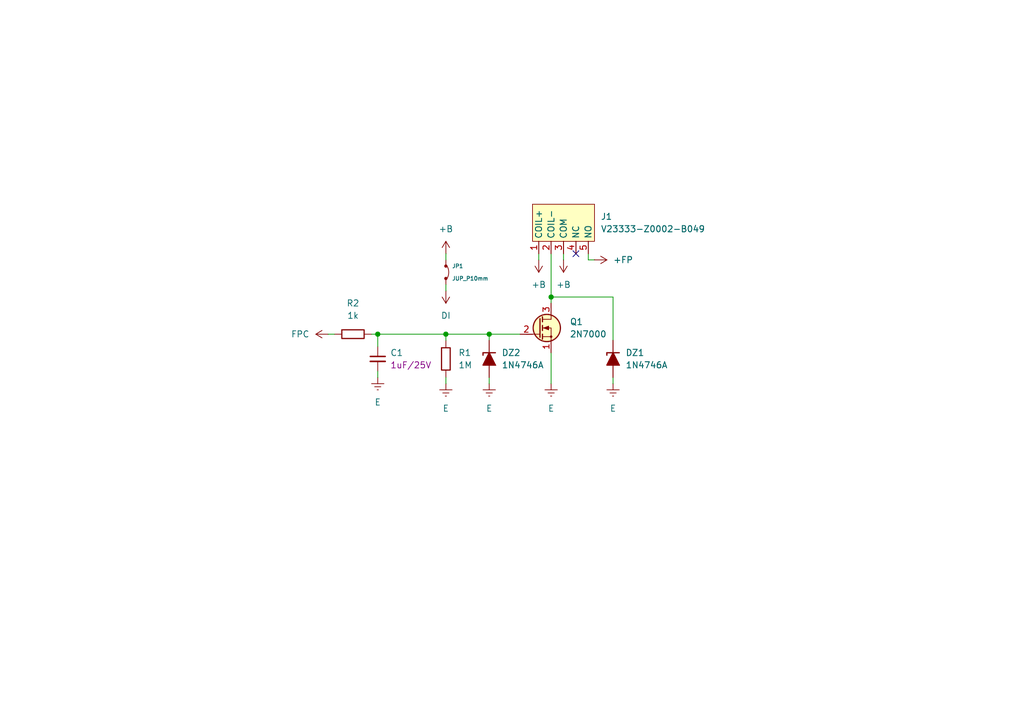
<source format=kicad_sch>
(kicad_sch
	(version 20250114)
	(generator "eeschema")
	(generator_version "9.0")
	(uuid "0e7f1946-1a73-4a75-b5af-3848c9fbba71")
	(paper "A5")
	(lib_symbols
		(symbol "PCM_4ms_Capacitor:1uF_0603_25V"
			(pin_numbers
				(hide yes)
			)
			(pin_names
				(offset 0.254)
				(hide yes)
			)
			(exclude_from_sim no)
			(in_bom yes)
			(on_board yes)
			(property "Reference" "C"
				(at 1.905 1.27 0)
				(effects
					(font
						(size 1.27 1.27)
					)
					(justify left)
				)
			)
			(property "Value" "1uF_0603_25V"
				(at 0 3.81 0)
				(effects
					(font
						(size 1.27 1.27)
					)
					(hide yes)
				)
			)
			(property "Footprint" "4ms_Capacitor:C_0603"
				(at -2.54 -5.08 0)
				(effects
					(font
						(size 1.27 1.27)
					)
					(justify left)
					(hide yes)
				)
			)
			(property "Datasheet" ""
				(at 0 0 0)
				(effects
					(font
						(size 1.27 1.27)
					)
					(hide yes)
				)
			)
			(property "Description" "1uF, Min. 25V, 0603, Ceramic/MLCC"
				(at 0 0 0)
				(effects
					(font
						(size 1.27 1.27)
					)
					(hide yes)
				)
			)
			(property "Specifications" "1uF, Min. 25V, 0603, Ceramic/MLCC"
				(at -2.54 -7.874 0)
				(effects
					(font
						(size 1.27 1.27)
					)
					(justify left)
					(hide yes)
				)
			)
			(property "Manufacturer" "Murata"
				(at -2.54 -9.398 0)
				(effects
					(font
						(size 1.27 1.27)
					)
					(justify left)
					(hide yes)
				)
			)
			(property "Part Number" "GRM188R61E105KA12D"
				(at -2.54 -10.922 0)
				(effects
					(font
						(size 1.27 1.27)
					)
					(justify left)
					(hide yes)
				)
			)
			(property "Display" "1uF/25V"
				(at 1.905 -1.27 0)
				(effects
					(font
						(size 1.27 1.27)
					)
					(justify left)
				)
			)
			(property "JLCPCB ID" "C15849"
				(at 1.27 -12.7 0)
				(effects
					(font
						(size 1.27 1.27)
					)
					(hide yes)
				)
			)
			(property "ki_keywords" "1uF_0603_25V"
				(at 0 0 0)
				(effects
					(font
						(size 1.27 1.27)
					)
					(hide yes)
				)
			)
			(property "ki_fp_filters" "C_*"
				(at 0 0 0)
				(effects
					(font
						(size 1.27 1.27)
					)
					(hide yes)
				)
			)
			(symbol "1uF_0603_25V_0_1"
				(polyline
					(pts
						(xy -1.524 0.508) (xy 1.524 0.508)
					)
					(stroke
						(width 0.3048)
						(type default)
					)
					(fill
						(type none)
					)
				)
				(polyline
					(pts
						(xy -1.524 -0.508) (xy 1.524 -0.508)
					)
					(stroke
						(width 0.3302)
						(type default)
					)
					(fill
						(type none)
					)
				)
			)
			(symbol "1uF_0603_25V_1_1"
				(pin passive line
					(at 0 2.54 270)
					(length 2.032)
					(name "~"
						(effects
							(font
								(size 1.27 1.27)
							)
						)
					)
					(number "1"
						(effects
							(font
								(size 1.27 1.27)
							)
						)
					)
				)
				(pin passive line
					(at 0 -2.54 90)
					(length 2.032)
					(name "~"
						(effects
							(font
								(size 1.27 1.27)
							)
						)
					)
					(number "2"
						(effects
							(font
								(size 1.27 1.27)
							)
						)
					)
				)
			)
			(embedded_fonts no)
		)
		(symbol "PCM_Diode_Zener_AKL:1N4746A"
			(pin_numbers
				(hide yes)
			)
			(pin_names
				(offset 1.016)
				(hide yes)
			)
			(exclude_from_sim no)
			(in_bom yes)
			(on_board yes)
			(property "Reference" "DZ"
				(at 0 7.62 0)
				(effects
					(font
						(size 1.27 1.27)
					)
				)
			)
			(property "Value" "1N4746A"
				(at 0 5.08 0)
				(effects
					(font
						(size 1.27 1.27)
					)
				)
			)
			(property "Footprint" "PCM_Diode_THT_AKL:D_DO-41_SOD81_P10.16mm_Horizontal_Zener"
				(at 0 0 0)
				(effects
					(font
						(size 1.27 1.27)
					)
					(hide yes)
				)
			)
			(property "Datasheet" "https://www.tme.eu/Document/0ec771a1264cb7f2aef89c89242989dc/1N47xxA.PDF"
				(at 0 0 0)
				(effects
					(font
						(size 1.27 1.27)
					)
					(hide yes)
				)
			)
			(property "Description" "DO-41 Zener diode, 18V, 1W, Alternate KiCAD Library"
				(at 0 0 0)
				(effects
					(font
						(size 1.27 1.27)
					)
					(hide yes)
				)
			)
			(property "ki_keywords" "diode zener 1N4746A"
				(at 0 0 0)
				(effects
					(font
						(size 1.27 1.27)
					)
					(hide yes)
				)
			)
			(property "ki_fp_filters" "TO-???* *_Diode_* *SingleDiode* D_*"
				(at 0 0 0)
				(effects
					(font
						(size 1.27 1.27)
					)
					(hide yes)
				)
			)
			(symbol "1N4746A_0_1"
				(polyline
					(pts
						(xy -1.27 0) (xy 1.27 0)
					)
					(stroke
						(width 0)
						(type default)
					)
					(fill
						(type none)
					)
				)
				(polyline
					(pts
						(xy -1.27 -1.27) (xy -1.27 1.27) (xy 1.27 0) (xy -1.27 -1.27)
					)
					(stroke
						(width 0.254)
						(type default)
					)
					(fill
						(type outline)
					)
				)
				(polyline
					(pts
						(xy 1.27 1.27) (xy 0.762 1.27)
					)
					(stroke
						(width 0.254)
						(type default)
					)
					(fill
						(type none)
					)
				)
				(polyline
					(pts
						(xy 1.27 1.27) (xy 1.27 -1.27)
					)
					(stroke
						(width 0.254)
						(type default)
					)
					(fill
						(type none)
					)
				)
			)
			(symbol "1N4746A_0_2"
				(polyline
					(pts
						(xy -2.54 -2.54) (xy 2.54 2.54)
					)
					(stroke
						(width 0)
						(type default)
					)
					(fill
						(type none)
					)
				)
				(polyline
					(pts
						(xy -0.889 -0.889) (xy -1.778 0) (xy 0.889 0.889) (xy 0 -1.778) (xy -0.889 -0.889)
					)
					(stroke
						(width 0.254)
						(type default)
					)
					(fill
						(type outline)
					)
				)
				(polyline
					(pts
						(xy 0 1.778) (xy -0.381 1.397)
					)
					(stroke
						(width 0.254)
						(type default)
					)
					(fill
						(type none)
					)
				)
				(polyline
					(pts
						(xy 0 1.778) (xy 1.778 0)
					)
					(stroke
						(width 0.254)
						(type default)
					)
					(fill
						(type none)
					)
				)
			)
			(symbol "1N4746A_1_1"
				(pin passive line
					(at -3.81 0 0)
					(length 2.54)
					(name "A"
						(effects
							(font
								(size 1.27 1.27)
							)
						)
					)
					(number "2"
						(effects
							(font
								(size 1.27 1.27)
							)
						)
					)
				)
				(pin passive line
					(at 3.81 0 180)
					(length 2.54)
					(name "K"
						(effects
							(font
								(size 1.27 1.27)
							)
						)
					)
					(number "1"
						(effects
							(font
								(size 1.27 1.27)
							)
						)
					)
				)
			)
			(symbol "1N4746A_1_2"
				(pin passive line
					(at -2.54 -2.54 0)
					(length 0)
					(name "A"
						(effects
							(font
								(size 1.27 1.27)
							)
						)
					)
					(number "2"
						(effects
							(font
								(size 1.27 1.27)
							)
						)
					)
				)
				(pin passive line
					(at 2.54 2.54 180)
					(length 0)
					(name "K"
						(effects
							(font
								(size 1.27 1.27)
							)
						)
					)
					(number "1"
						(effects
							(font
								(size 1.27 1.27)
							)
						)
					)
				)
			)
			(embedded_fonts no)
		)
		(symbol "PCM_SL_Jumpers_THT:JUP_P10mm"
			(exclude_from_sim no)
			(in_bom yes)
			(on_board yes)
			(property "Reference" "JP"
				(at -4.064 1.524 0)
				(effects
					(font
						(size 0.8 0.8)
					)
				)
			)
			(property "Value" "JUP_P10mm"
				(at 1.27 1.524 0)
				(effects
					(font
						(size 0.8 0.8)
					)
				)
			)
			(property "Footprint" "PCM_SL_Jumpers:JUP_P10mm"
				(at 0 0 0)
				(effects
					(font
						(size 1.27 1.27)
					)
					(hide yes)
				)
			)
			(property "Datasheet" ""
				(at 0 0 0)
				(effects
					(font
						(size 1.27 1.27)
					)
					(hide yes)
				)
			)
			(property "Description" "Through-Hole Jumpers or wire links with a pin space of 10mm"
				(at 0 0 0)
				(effects
					(font
						(size 1.27 1.27)
					)
					(hide yes)
				)
			)
			(symbol "JUP_P10mm_0_1"
				(circle
					(center -1.27 0)
					(radius 0.254)
					(stroke
						(width 0)
						(type default)
					)
					(fill
						(type outline)
					)
				)
				(arc
					(start -1.27 0.254)
					(mid 0 0.5892)
					(end 1.27 0.254)
					(stroke
						(width 0)
						(type default)
					)
					(fill
						(type none)
					)
				)
				(circle
					(center 1.27 0)
					(radius 0.254)
					(stroke
						(width 0)
						(type default)
					)
					(fill
						(type outline)
					)
				)
			)
			(symbol "JUP_P10mm_1_1"
				(pin passive line
					(at -2.54 0 0)
					(length 1.2)
					(name ""
						(effects
							(font
								(size 1.27 1.27)
							)
						)
					)
					(number "1"
						(effects
							(font
								(size 0 0)
							)
						)
					)
				)
				(pin passive line
					(at 2.54 0 180)
					(length 1.2)
					(name ""
						(effects
							(font
								(size 1.27 1.27)
							)
						)
					)
					(number "2"
						(effects
							(font
								(size 0 0)
							)
						)
					)
				)
			)
			(embedded_fonts no)
		)
		(symbol "PCM_SL_Resistors:1M"
			(exclude_from_sim no)
			(in_bom yes)
			(on_board yes)
			(property "Reference" "R"
				(at 0 5.08 0)
				(effects
					(font
						(size 1.27 1.27)
					)
				)
			)
			(property "Value" "1M"
				(at 0 2.54 0)
				(effects
					(font
						(size 1.27 1.27)
					)
				)
			)
			(property "Footprint" "Resistor_THT:R_Axial_DIN0207_L6.3mm_D2.5mm_P10.16mm_Horizontal"
				(at 0.889 -4.318 0)
				(effects
					(font
						(size 1.27 1.27)
					)
					(hide yes)
				)
			)
			(property "Datasheet" ""
				(at 0.508 0 0)
				(effects
					(font
						(size 1.27 1.27)
					)
					(hide yes)
				)
			)
			(property "Description" "1MΩ, 1/4W Resistor"
				(at 0 0 0)
				(effects
					(font
						(size 1.27 1.27)
					)
					(hide yes)
				)
			)
			(property "ki_keywords" "Resistor"
				(at 0 0 0)
				(effects
					(font
						(size 1.27 1.27)
					)
					(hide yes)
				)
			)
			(property "ki_fp_filters" "Resistor_THT:R_Axial_DIN0207_L6.3mm_D2.5mm*"
				(at 0 0 0)
				(effects
					(font
						(size 1.27 1.27)
					)
					(hide yes)
				)
			)
			(symbol "1M_0_1"
				(rectangle
					(start -2.286 0.889)
					(end 2.286 -0.889)
					(stroke
						(width 0.24)
						(type default)
					)
					(fill
						(type none)
					)
				)
			)
			(symbol "1M_1_1"
				(pin passive line
					(at -3.81 0 0)
					(length 1.5)
					(name ""
						(effects
							(font
								(size 1.27 1.27)
							)
						)
					)
					(number "1"
						(effects
							(font
								(size 0 0)
							)
						)
					)
				)
				(pin passive line
					(at 3.81 0 180)
					(length 1.5)
					(name "~"
						(effects
							(font
								(size 1.27 1.27)
							)
						)
					)
					(number "2"
						(effects
							(font
								(size 0 0)
							)
						)
					)
				)
			)
			(embedded_fonts no)
		)
		(symbol "PCM_SL_Resistors:1k"
			(exclude_from_sim no)
			(in_bom yes)
			(on_board yes)
			(property "Reference" "R"
				(at 0 5.08 0)
				(effects
					(font
						(size 1.27 1.27)
					)
				)
			)
			(property "Value" "1k"
				(at 0 2.54 0)
				(effects
					(font
						(size 1.27 1.27)
					)
				)
			)
			(property "Footprint" "Resistor_THT:R_Axial_DIN0207_L6.3mm_D2.5mm_P10.16mm_Horizontal"
				(at 0.889 -4.318 0)
				(effects
					(font
						(size 1.27 1.27)
					)
					(hide yes)
				)
			)
			(property "Datasheet" ""
				(at 0.508 0 0)
				(effects
					(font
						(size 1.27 1.27)
					)
					(hide yes)
				)
			)
			(property "Description" "1kΩ, 1/4W Resistor"
				(at 0 0 0)
				(effects
					(font
						(size 1.27 1.27)
					)
					(hide yes)
				)
			)
			(property "ki_keywords" "Resistor"
				(at 0 0 0)
				(effects
					(font
						(size 1.27 1.27)
					)
					(hide yes)
				)
			)
			(property "ki_fp_filters" "Resistor_THT:R_Axial_DIN0207_L6.3mm_D2.5mm*"
				(at 0 0 0)
				(effects
					(font
						(size 1.27 1.27)
					)
					(hide yes)
				)
			)
			(symbol "1k_0_1"
				(rectangle
					(start -2.286 0.889)
					(end 2.286 -0.889)
					(stroke
						(width 0.24)
						(type default)
					)
					(fill
						(type none)
					)
				)
			)
			(symbol "1k_1_1"
				(pin passive line
					(at -3.81 0 0)
					(length 1.5)
					(name ""
						(effects
							(font
								(size 1.27 1.27)
							)
						)
					)
					(number "1"
						(effects
							(font
								(size 0 0)
							)
						)
					)
				)
				(pin passive line
					(at 3.81 0 180)
					(length 1.5)
					(name "~"
						(effects
							(font
								(size 1.27 1.27)
							)
						)
					)
					(number "2"
						(effects
							(font
								(size 0 0)
							)
						)
					)
				)
			)
			(embedded_fonts no)
		)
		(symbol "PCM_Transistor_MOSFET_AKL:2N7000"
			(pin_names
				(hide yes)
			)
			(exclude_from_sim no)
			(in_bom yes)
			(on_board yes)
			(property "Reference" "Q"
				(at 5.08 1.27 0)
				(effects
					(font
						(size 1.27 1.27)
					)
					(justify left)
				)
			)
			(property "Value" "2N7000"
				(at 5.08 -1.27 0)
				(effects
					(font
						(size 1.27 1.27)
					)
					(justify left)
				)
			)
			(property "Footprint" "PCM_Package_TO_SOT_THT_AKL:TO-92_Inline_Wide_SGD"
				(at 5.08 2.54 0)
				(effects
					(font
						(size 1.27 1.27)
					)
					(hide yes)
				)
			)
			(property "Datasheet" "https://www.tme.eu/Document/7df5cae36abdfcedddb681f5be886f05/2N7000.pdf"
				(at 0 0 0)
				(effects
					(font
						(size 1.27 1.27)
					)
					(hide yes)
				)
			)
			(property "Description" "TO-92 N-MOSFET enchancement mode transistor, 60V, 200mA, 400mW, Alternate KiCAD Library"
				(at 0 0 0)
				(effects
					(font
						(size 1.27 1.27)
					)
					(hide yes)
				)
			)
			(property "ki_keywords" "enchancement mosfet nmosfet n-mosfet nmos n-mos emos emosfet 2N7000"
				(at 0 0 0)
				(effects
					(font
						(size 1.27 1.27)
					)
					(hide yes)
				)
			)
			(symbol "2N7000_0_1"
				(polyline
					(pts
						(xy 0.254 1.905) (xy 0.254 -1.905)
					)
					(stroke
						(width 0.254)
						(type default)
					)
					(fill
						(type none)
					)
				)
				(polyline
					(pts
						(xy 0.254 -1.27) (xy -2.54 -1.27)
					)
					(stroke
						(width 0)
						(type default)
					)
					(fill
						(type none)
					)
				)
				(polyline
					(pts
						(xy 0.762 2.286) (xy 0.762 1.27)
					)
					(stroke
						(width 0.254)
						(type default)
					)
					(fill
						(type none)
					)
				)
				(polyline
					(pts
						(xy 0.762 0.508) (xy 0.762 -0.508)
					)
					(stroke
						(width 0.254)
						(type default)
					)
					(fill
						(type none)
					)
				)
				(polyline
					(pts
						(xy 0.762 -1.27) (xy 0.762 -2.286)
					)
					(stroke
						(width 0.254)
						(type default)
					)
					(fill
						(type none)
					)
				)
				(polyline
					(pts
						(xy 0.762 -1.778) (xy 2.54 -1.778)
					)
					(stroke
						(width 0)
						(type default)
					)
					(fill
						(type none)
					)
				)
				(polyline
					(pts
						(xy 1.016 0) (xy 2.032 0.381) (xy 2.032 -0.381) (xy 1.016 0)
					)
					(stroke
						(width 0)
						(type default)
					)
					(fill
						(type outline)
					)
				)
				(circle
					(center 1.651 0)
					(radius 2.794)
					(stroke
						(width 0.254)
						(type default)
					)
					(fill
						(type background)
					)
				)
				(polyline
					(pts
						(xy 2.54 2.54) (xy 2.54 1.778)
					)
					(stroke
						(width 0)
						(type default)
					)
					(fill
						(type none)
					)
				)
				(polyline
					(pts
						(xy 2.54 1.778) (xy 0.762 1.778)
					)
					(stroke
						(width 0)
						(type default)
					)
					(fill
						(type none)
					)
				)
				(circle
					(center 2.54 -1.778)
					(radius 0.1778)
					(stroke
						(width 0)
						(type default)
					)
					(fill
						(type outline)
					)
				)
				(polyline
					(pts
						(xy 2.54 -2.54) (xy 2.54 0) (xy 0.762 0)
					)
					(stroke
						(width 0)
						(type default)
					)
					(fill
						(type none)
					)
				)
			)
			(symbol "2N7000_1_1"
				(pin input line
					(at -3.81 -1.27 0)
					(length 2.54)
					(name "G"
						(effects
							(font
								(size 1.27 1.27)
							)
						)
					)
					(number "2"
						(effects
							(font
								(size 1.27 1.27)
							)
						)
					)
				)
				(pin passive line
					(at 2.54 5.08 270)
					(length 2.54)
					(name "D"
						(effects
							(font
								(size 1.27 1.27)
							)
						)
					)
					(number "3"
						(effects
							(font
								(size 1.27 1.27)
							)
						)
					)
				)
				(pin passive line
					(at 2.54 -5.08 90)
					(length 2.54)
					(name "S"
						(effects
							(font
								(size 1.27 1.27)
							)
						)
					)
					(number "1"
						(effects
							(font
								(size 1.27 1.27)
							)
						)
					)
				)
			)
			(embedded_fonts no)
		)
		(symbol "TE_CONNECTIVITY:V23333-Z0002-B049"
			(exclude_from_sim no)
			(in_bom yes)
			(on_board yes)
			(property "Reference" "J"
				(at 0 7.112 0)
				(effects
					(font
						(size 1.27 1.27)
					)
				)
			)
			(property "Value" "V23333-Z0002-B049"
				(at 0 5.08 0)
				(effects
					(font
						(size 1.27 1.27)
					)
				)
			)
			(property "Footprint" "TE_CONNECTIVITY:V23333-Z0002-B049"
				(at -1.27 -2.54 0)
				(effects
					(font
						(size 1.27 1.27)
					)
					(hide yes)
				)
			)
			(property "Datasheet" "https://docs.rs-online.com/e546/A700000010531423.pdf"
				(at 0 -2.54 0)
				(effects
					(font
						(size 1.27 1.27)
					)
					(hide yes)
				)
			)
			(property "Description" "Connector for Micro ISO Relay"
				(at 0 -2.54 0)
				(effects
					(font
						(size 1.27 1.27)
					)
					(hide yes)
				)
			)
			(symbol "V23333-Z0002-B049_1_1"
				(rectangle
					(start -6.35 3.81)
					(end 6.35 -3.81)
					(stroke
						(width 0)
						(type solid)
					)
					(fill
						(type background)
					)
				)
				(pin input line
					(at -5.08 -6.35 90)
					(length 2.54)
					(name "COIL+"
						(effects
							(font
								(size 1.27 1.27)
							)
						)
					)
					(number "1"
						(effects
							(font
								(size 1.27 1.27)
							)
						)
					)
				)
				(pin output line
					(at -2.54 -6.35 90)
					(length 2.54)
					(name "COIL-"
						(effects
							(font
								(size 1.27 1.27)
							)
						)
					)
					(number "2"
						(effects
							(font
								(size 1.27 1.27)
							)
						)
					)
				)
				(pin bidirectional line
					(at 0 -6.35 90)
					(length 2.54)
					(name "COM"
						(effects
							(font
								(size 1.27 1.27)
							)
						)
					)
					(number "3"
						(effects
							(font
								(size 1.27 1.27)
							)
						)
					)
				)
				(pin bidirectional line
					(at 2.54 -6.35 90)
					(length 2.54)
					(name "NC"
						(effects
							(font
								(size 1.27 1.27)
							)
						)
					)
					(number "4"
						(effects
							(font
								(size 1.27 1.27)
							)
						)
					)
				)
				(pin bidirectional line
					(at 5.08 -6.35 90)
					(length 2.54)
					(name "NO"
						(effects
							(font
								(size 1.27 1.27)
							)
						)
					)
					(number "5"
						(effects
							(font
								(size 1.27 1.27)
							)
						)
					)
				)
			)
			(embedded_fonts no)
		)
		(symbol "power:+12P"
			(power)
			(pin_numbers
				(hide yes)
			)
			(pin_names
				(offset 0)
				(hide yes)
			)
			(exclude_from_sim no)
			(in_bom yes)
			(on_board yes)
			(property "Reference" "#PWR"
				(at 0 -3.81 0)
				(effects
					(font
						(size 1.27 1.27)
					)
					(hide yes)
				)
			)
			(property "Value" "+12P"
				(at 0 3.556 0)
				(effects
					(font
						(size 1.27 1.27)
					)
				)
			)
			(property "Footprint" ""
				(at 0 0 0)
				(effects
					(font
						(size 1.27 1.27)
					)
					(hide yes)
				)
			)
			(property "Datasheet" ""
				(at 0 0 0)
				(effects
					(font
						(size 1.27 1.27)
					)
					(hide yes)
				)
			)
			(property "Description" "Power symbol creates a global label with name \"+12P\""
				(at 0 0 0)
				(effects
					(font
						(size 1.27 1.27)
					)
					(hide yes)
				)
			)
			(property "ki_keywords" "global power"
				(at 0 0 0)
				(effects
					(font
						(size 1.27 1.27)
					)
					(hide yes)
				)
			)
			(symbol "+12P_0_1"
				(polyline
					(pts
						(xy -0.762 1.27) (xy 0 2.54)
					)
					(stroke
						(width 0)
						(type default)
					)
					(fill
						(type none)
					)
				)
				(polyline
					(pts
						(xy 0 2.54) (xy 0.762 1.27)
					)
					(stroke
						(width 0)
						(type default)
					)
					(fill
						(type none)
					)
				)
				(polyline
					(pts
						(xy 0 0) (xy 0 2.54)
					)
					(stroke
						(width 0)
						(type default)
					)
					(fill
						(type none)
					)
				)
			)
			(symbol "+12P_1_1"
				(pin power_in line
					(at 0 0 90)
					(length 0)
					(name "~"
						(effects
							(font
								(size 1.27 1.27)
							)
						)
					)
					(number "1"
						(effects
							(font
								(size 1.27 1.27)
							)
						)
					)
				)
			)
			(embedded_fonts no)
		)
		(symbol "power:+12V"
			(power)
			(pin_numbers
				(hide yes)
			)
			(pin_names
				(offset 0)
				(hide yes)
			)
			(exclude_from_sim no)
			(in_bom yes)
			(on_board yes)
			(property "Reference" "#PWR"
				(at 0 -3.81 0)
				(effects
					(font
						(size 1.27 1.27)
					)
					(hide yes)
				)
			)
			(property "Value" "+12V"
				(at 0 3.556 0)
				(effects
					(font
						(size 1.27 1.27)
					)
				)
			)
			(property "Footprint" ""
				(at 0 0 0)
				(effects
					(font
						(size 1.27 1.27)
					)
					(hide yes)
				)
			)
			(property "Datasheet" ""
				(at 0 0 0)
				(effects
					(font
						(size 1.27 1.27)
					)
					(hide yes)
				)
			)
			(property "Description" "Power symbol creates a global label with name \"+12V\""
				(at 0 0 0)
				(effects
					(font
						(size 1.27 1.27)
					)
					(hide yes)
				)
			)
			(property "ki_keywords" "global power"
				(at 0 0 0)
				(effects
					(font
						(size 1.27 1.27)
					)
					(hide yes)
				)
			)
			(symbol "+12V_0_1"
				(polyline
					(pts
						(xy -0.762 1.27) (xy 0 2.54)
					)
					(stroke
						(width 0)
						(type default)
					)
					(fill
						(type none)
					)
				)
				(polyline
					(pts
						(xy 0 2.54) (xy 0.762 1.27)
					)
					(stroke
						(width 0)
						(type default)
					)
					(fill
						(type none)
					)
				)
				(polyline
					(pts
						(xy 0 0) (xy 0 2.54)
					)
					(stroke
						(width 0)
						(type default)
					)
					(fill
						(type none)
					)
				)
			)
			(symbol "+12V_1_1"
				(pin power_in line
					(at 0 0 90)
					(length 0)
					(name "~"
						(effects
							(font
								(size 1.27 1.27)
							)
						)
					)
					(number "1"
						(effects
							(font
								(size 1.27 1.27)
							)
						)
					)
				)
			)
			(embedded_fonts no)
		)
		(symbol "power:+5VP"
			(power)
			(pin_numbers
				(hide yes)
			)
			(pin_names
				(offset 0)
				(hide yes)
			)
			(exclude_from_sim no)
			(in_bom yes)
			(on_board yes)
			(property "Reference" "#PWR"
				(at 0 -3.81 0)
				(effects
					(font
						(size 1.27 1.27)
					)
					(hide yes)
				)
			)
			(property "Value" "+5VP"
				(at 0 3.556 0)
				(effects
					(font
						(size 1.27 1.27)
					)
				)
			)
			(property "Footprint" ""
				(at 0 0 0)
				(effects
					(font
						(size 1.27 1.27)
					)
					(hide yes)
				)
			)
			(property "Datasheet" ""
				(at 0 0 0)
				(effects
					(font
						(size 1.27 1.27)
					)
					(hide yes)
				)
			)
			(property "Description" "Power symbol creates a global label with name \"+5VP\""
				(at 0 0 0)
				(effects
					(font
						(size 1.27 1.27)
					)
					(hide yes)
				)
			)
			(property "ki_keywords" "global power"
				(at 0 0 0)
				(effects
					(font
						(size 1.27 1.27)
					)
					(hide yes)
				)
			)
			(symbol "+5VP_0_1"
				(polyline
					(pts
						(xy -0.762 1.27) (xy 0 2.54)
					)
					(stroke
						(width 0)
						(type default)
					)
					(fill
						(type none)
					)
				)
				(polyline
					(pts
						(xy 0 2.54) (xy 0.762 1.27)
					)
					(stroke
						(width 0)
						(type default)
					)
					(fill
						(type none)
					)
				)
				(polyline
					(pts
						(xy 0 0) (xy 0 2.54)
					)
					(stroke
						(width 0)
						(type default)
					)
					(fill
						(type none)
					)
				)
			)
			(symbol "+5VP_1_1"
				(pin power_in line
					(at 0 0 90)
					(length 0)
					(name "~"
						(effects
							(font
								(size 1.27 1.27)
							)
						)
					)
					(number "1"
						(effects
							(font
								(size 1.27 1.27)
							)
						)
					)
				)
			)
			(embedded_fonts no)
		)
		(symbol "power:GNDREF"
			(power)
			(pin_numbers
				(hide yes)
			)
			(pin_names
				(offset 0)
				(hide yes)
			)
			(exclude_from_sim no)
			(in_bom yes)
			(on_board yes)
			(property "Reference" "#PWR"
				(at 0 -6.35 0)
				(effects
					(font
						(size 1.27 1.27)
					)
					(hide yes)
				)
			)
			(property "Value" "GNDREF"
				(at 0 -3.81 0)
				(effects
					(font
						(size 1.27 1.27)
					)
				)
			)
			(property "Footprint" ""
				(at 0 0 0)
				(effects
					(font
						(size 1.27 1.27)
					)
					(hide yes)
				)
			)
			(property "Datasheet" ""
				(at 0 0 0)
				(effects
					(font
						(size 1.27 1.27)
					)
					(hide yes)
				)
			)
			(property "Description" "Power symbol creates a global label with name \"GNDREF\" , reference supply ground"
				(at 0 0 0)
				(effects
					(font
						(size 1.27 1.27)
					)
					(hide yes)
				)
			)
			(property "ki_keywords" "global power"
				(at 0 0 0)
				(effects
					(font
						(size 1.27 1.27)
					)
					(hide yes)
				)
			)
			(symbol "GNDREF_0_1"
				(polyline
					(pts
						(xy -0.635 -1.905) (xy 0.635 -1.905)
					)
					(stroke
						(width 0)
						(type default)
					)
					(fill
						(type none)
					)
				)
				(polyline
					(pts
						(xy -0.127 -2.54) (xy 0.127 -2.54)
					)
					(stroke
						(width 0)
						(type default)
					)
					(fill
						(type none)
					)
				)
				(polyline
					(pts
						(xy 0 -1.27) (xy 0 0)
					)
					(stroke
						(width 0)
						(type default)
					)
					(fill
						(type none)
					)
				)
				(polyline
					(pts
						(xy 1.27 -1.27) (xy -1.27 -1.27)
					)
					(stroke
						(width 0)
						(type default)
					)
					(fill
						(type none)
					)
				)
			)
			(symbol "GNDREF_1_1"
				(pin power_in line
					(at 0 0 270)
					(length 0)
					(name "~"
						(effects
							(font
								(size 1.27 1.27)
							)
						)
					)
					(number "1"
						(effects
							(font
								(size 1.27 1.27)
							)
						)
					)
				)
			)
			(embedded_fonts no)
		)
		(symbol "power:VDD"
			(power)
			(pin_numbers
				(hide yes)
			)
			(pin_names
				(offset 0)
				(hide yes)
			)
			(exclude_from_sim no)
			(in_bom yes)
			(on_board yes)
			(property "Reference" "#PWR"
				(at 0 -3.81 0)
				(effects
					(font
						(size 1.27 1.27)
					)
					(hide yes)
				)
			)
			(property "Value" "VDD"
				(at 0 3.556 0)
				(effects
					(font
						(size 1.27 1.27)
					)
				)
			)
			(property "Footprint" ""
				(at 0 0 0)
				(effects
					(font
						(size 1.27 1.27)
					)
					(hide yes)
				)
			)
			(property "Datasheet" ""
				(at 0 0 0)
				(effects
					(font
						(size 1.27 1.27)
					)
					(hide yes)
				)
			)
			(property "Description" "Power symbol creates a global label with name \"VDD\""
				(at 0 0 0)
				(effects
					(font
						(size 1.27 1.27)
					)
					(hide yes)
				)
			)
			(property "ki_keywords" "global power"
				(at 0 0 0)
				(effects
					(font
						(size 1.27 1.27)
					)
					(hide yes)
				)
			)
			(symbol "VDD_0_1"
				(polyline
					(pts
						(xy -0.762 1.27) (xy 0 2.54)
					)
					(stroke
						(width 0)
						(type default)
					)
					(fill
						(type none)
					)
				)
				(polyline
					(pts
						(xy 0 2.54) (xy 0.762 1.27)
					)
					(stroke
						(width 0)
						(type default)
					)
					(fill
						(type none)
					)
				)
				(polyline
					(pts
						(xy 0 0) (xy 0 2.54)
					)
					(stroke
						(width 0)
						(type default)
					)
					(fill
						(type none)
					)
				)
			)
			(symbol "VDD_1_1"
				(pin power_in line
					(at 0 0 90)
					(length 0)
					(name "~"
						(effects
							(font
								(size 1.27 1.27)
							)
						)
					)
					(number "1"
						(effects
							(font
								(size 1.27 1.27)
							)
						)
					)
				)
			)
			(embedded_fonts no)
		)
	)
	(junction
		(at 77.47 68.58)
		(diameter 0)
		(color 0 0 0 0)
		(uuid "17751e45-deb8-4578-94c6-36982a4c335a")
	)
	(junction
		(at 91.44 68.58)
		(diameter 0)
		(color 0 0 0 0)
		(uuid "33eea53a-1476-4207-9977-0faa96e646d9")
	)
	(junction
		(at 113.03 60.96)
		(diameter 0)
		(color 0 0 0 0)
		(uuid "a3dd9168-4e49-49eb-b0e4-4511ea86a521")
	)
	(junction
		(at 100.33 68.58)
		(diameter 0)
		(color 0 0 0 0)
		(uuid "d1f0e388-06f2-4cd3-8e87-9ba8d2db7071")
	)
	(no_connect
		(at 118.11 52.07)
		(uuid "ef6da92b-5b3b-47d4-8e3f-6632e118d299")
	)
	(wire
		(pts
			(xy 100.33 69.85) (xy 100.33 68.58)
		)
		(stroke
			(width 0)
			(type default)
		)
		(uuid "074589a8-7698-40c3-b884-a9cf448ca1b0")
	)
	(wire
		(pts
			(xy 115.57 53.34) (xy 115.57 52.07)
		)
		(stroke
			(width 0)
			(type default)
		)
		(uuid "1947f1a0-69c9-4f9e-8709-4f72f152b813")
	)
	(wire
		(pts
			(xy 100.33 78.74) (xy 100.33 77.47)
		)
		(stroke
			(width 0)
			(type default)
		)
		(uuid "2a5329b5-e738-4025-b01d-a2c662edc2b7")
	)
	(wire
		(pts
			(xy 77.47 68.58) (xy 91.44 68.58)
		)
		(stroke
			(width 0)
			(type default)
		)
		(uuid "2c095432-7836-4f47-be73-ecc2d635826d")
	)
	(wire
		(pts
			(xy 125.73 60.96) (xy 125.73 69.85)
		)
		(stroke
			(width 0)
			(type default)
		)
		(uuid "3055a481-52ee-426d-9676-e5e15e2a8ee0")
	)
	(wire
		(pts
			(xy 113.03 78.74) (xy 113.03 72.39)
		)
		(stroke
			(width 0)
			(type default)
		)
		(uuid "44710bae-9d43-48a0-9b24-a83b00a0f40d")
	)
	(wire
		(pts
			(xy 100.33 68.58) (xy 106.68 68.58)
		)
		(stroke
			(width 0)
			(type default)
		)
		(uuid "46cc92a1-7042-4041-83c4-d1f2adea86e2")
	)
	(wire
		(pts
			(xy 113.03 52.07) (xy 113.03 60.96)
		)
		(stroke
			(width 0)
			(type default)
		)
		(uuid "5bed8fa8-cde8-4b2a-8e58-bb2a2b54ac44")
	)
	(wire
		(pts
			(xy 113.03 60.96) (xy 113.03 62.23)
		)
		(stroke
			(width 0)
			(type default)
		)
		(uuid "671ddae6-ce59-486f-8664-28be2a10c126")
	)
	(wire
		(pts
			(xy 125.73 78.74) (xy 125.73 77.47)
		)
		(stroke
			(width 0)
			(type default)
		)
		(uuid "6d0370f7-8a58-4086-99bf-43a4591b87af")
	)
	(wire
		(pts
			(xy 91.44 68.58) (xy 100.33 68.58)
		)
		(stroke
			(width 0)
			(type default)
		)
		(uuid "727bdb08-1b32-4dc8-81ac-36e33945515d")
	)
	(wire
		(pts
			(xy 120.65 53.34) (xy 120.65 52.07)
		)
		(stroke
			(width 0)
			(type default)
		)
		(uuid "7f7bc6f7-f13c-4722-8490-76f2b48cde68")
	)
	(wire
		(pts
			(xy 77.47 77.47) (xy 77.47 76.2)
		)
		(stroke
			(width 0)
			(type default)
		)
		(uuid "896d49ff-12cc-4a05-988c-39601025c703")
	)
	(wire
		(pts
			(xy 76.2 68.58) (xy 77.47 68.58)
		)
		(stroke
			(width 0)
			(type default)
		)
		(uuid "8d780e24-597e-4fb7-b110-461d80cdf1a9")
	)
	(wire
		(pts
			(xy 91.44 59.69) (xy 91.44 58.42)
		)
		(stroke
			(width 0)
			(type default)
		)
		(uuid "8eb40eb6-e128-495a-ab30-df5503ddcb2d")
	)
	(wire
		(pts
			(xy 91.44 78.74) (xy 91.44 77.47)
		)
		(stroke
			(width 0)
			(type default)
		)
		(uuid "a7ef81f5-621d-44dc-8473-18bd9c6e7b62")
	)
	(wire
		(pts
			(xy 67.31 68.58) (xy 68.58 68.58)
		)
		(stroke
			(width 0)
			(type default)
		)
		(uuid "b241eefe-37db-4036-83f7-661711cad4ae")
	)
	(wire
		(pts
			(xy 77.47 71.12) (xy 77.47 68.58)
		)
		(stroke
			(width 0)
			(type default)
		)
		(uuid "cf799c51-a201-46fc-a1c4-0ba5519a6687")
	)
	(wire
		(pts
			(xy 110.49 53.34) (xy 110.49 52.07)
		)
		(stroke
			(width 0)
			(type default)
		)
		(uuid "ed920a0f-f9a4-4461-9d6b-53ed5437d0ec")
	)
	(wire
		(pts
			(xy 125.73 60.96) (xy 113.03 60.96)
		)
		(stroke
			(width 0)
			(type default)
		)
		(uuid "f0184156-4a4e-4531-81aa-6d4749d84408")
	)
	(wire
		(pts
			(xy 121.92 53.34) (xy 120.65 53.34)
		)
		(stroke
			(width 0)
			(type default)
		)
		(uuid "f0258eaa-42f0-4742-a4db-b1fddbc7c2a2")
	)
	(wire
		(pts
			(xy 91.44 69.85) (xy 91.44 68.58)
		)
		(stroke
			(width 0)
			(type default)
		)
		(uuid "fb7c5a4e-078f-4301-bca9-0ef6b143ba91")
	)
	(wire
		(pts
			(xy 91.44 52.07) (xy 91.44 53.34)
		)
		(stroke
			(width 0)
			(type default)
		)
		(uuid "fc56dd7d-aade-4108-b9db-7cd2feac8a48")
	)
	(symbol
		(lib_id "power:+5VP")
		(at 67.31 68.58 90)
		(unit 1)
		(exclude_from_sim no)
		(in_bom yes)
		(on_board yes)
		(dnp no)
		(fields_autoplaced yes)
		(uuid "000bb2eb-f745-4b85-b366-640a6f7d05a4")
		(property "Reference" "#PWR2"
			(at 71.12 68.58 0)
			(effects
				(font
					(size 1.27 1.27)
				)
				(hide yes)
			)
		)
		(property "Value" "FPC"
			(at 63.5 68.5799 90)
			(effects
				(font
					(size 1.27 1.27)
				)
				(justify left)
			)
		)
		(property "Footprint" ""
			(at 67.31 68.58 0)
			(effects
				(font
					(size 1.27 1.27)
				)
				(hide yes)
			)
		)
		(property "Datasheet" ""
			(at 67.31 68.58 0)
			(effects
				(font
					(size 1.27 1.27)
				)
				(hide yes)
			)
		)
		(property "Description" "Power symbol creates a global label with name \"+5VP\""
			(at 67.31 68.58 0)
			(effects
				(font
					(size 1.27 1.27)
				)
				(hide yes)
			)
		)
		(pin "1"
			(uuid "9b8fd52f-bfb8-4677-8d32-3887edd52da7")
		)
		(instances
			(project ""
				(path "/0e7f1946-1a73-4a75-b5af-3848c9fbba71"
					(reference "#PWR2")
					(unit 1)
				)
			)
		)
	)
	(symbol
		(lib_id "power:GNDREF")
		(at 91.44 78.74 0)
		(unit 1)
		(exclude_from_sim no)
		(in_bom yes)
		(on_board yes)
		(dnp no)
		(fields_autoplaced yes)
		(uuid "0202d32e-1009-4e64-aa14-9af12b88b461")
		(property "Reference" "#PWR4"
			(at 91.44 85.09 0)
			(effects
				(font
					(size 1.27 1.27)
				)
				(hide yes)
			)
		)
		(property "Value" "E"
			(at 91.44 83.82 0)
			(effects
				(font
					(size 1.27 1.27)
				)
			)
		)
		(property "Footprint" ""
			(at 91.44 78.74 0)
			(effects
				(font
					(size 1.27 1.27)
				)
				(hide yes)
			)
		)
		(property "Datasheet" ""
			(at 91.44 78.74 0)
			(effects
				(font
					(size 1.27 1.27)
				)
				(hide yes)
			)
		)
		(property "Description" "Power symbol creates a global label with name \"GNDREF\" , reference supply ground"
			(at 91.44 78.74 0)
			(effects
				(font
					(size 1.27 1.27)
				)
				(hide yes)
			)
		)
		(pin "1"
			(uuid "31a8f461-c2f9-43fd-bbc5-96b0102c173c")
		)
		(instances
			(project "FPC to COR Trigger Board"
				(path "/0e7f1946-1a73-4a75-b5af-3848c9fbba71"
					(reference "#PWR4")
					(unit 1)
				)
			)
		)
	)
	(symbol
		(lib_id "PCM_SL_Resistors:1k")
		(at 72.39 68.58 0)
		(unit 1)
		(exclude_from_sim no)
		(in_bom yes)
		(on_board yes)
		(dnp no)
		(fields_autoplaced yes)
		(uuid "0b450236-5be0-4674-8be6-dfd51abcc6c9")
		(property "Reference" "R2"
			(at 72.39 62.23 0)
			(effects
				(font
					(size 1.27 1.27)
				)
			)
		)
		(property "Value" "1k"
			(at 72.39 64.77 0)
			(effects
				(font
					(size 1.27 1.27)
				)
			)
		)
		(property "Footprint" "Resistor_THT:R_Axial_DIN0207_L6.3mm_D2.5mm_P10.16mm_Horizontal"
			(at 73.279 72.898 0)
			(effects
				(font
					(size 1.27 1.27)
				)
				(hide yes)
			)
		)
		(property "Datasheet" ""
			(at 72.898 68.58 0)
			(effects
				(font
					(size 1.27 1.27)
				)
				(hide yes)
			)
		)
		(property "Description" "1kΩ, 1/4W Resistor"
			(at 72.39 68.58 0)
			(effects
				(font
					(size 1.27 1.27)
				)
				(hide yes)
			)
		)
		(pin "2"
			(uuid "ee3cef79-0ad8-442a-bf58-c809f48c3192")
		)
		(pin "1"
			(uuid "feeb941a-968f-4fa9-979e-0f4e2edc4344")
		)
		(instances
			(project ""
				(path "/0e7f1946-1a73-4a75-b5af-3848c9fbba71"
					(reference "R2")
					(unit 1)
				)
			)
		)
	)
	(symbol
		(lib_id "power:GNDREF")
		(at 100.33 78.74 0)
		(unit 1)
		(exclude_from_sim no)
		(in_bom yes)
		(on_board yes)
		(dnp no)
		(fields_autoplaced yes)
		(uuid "2495c8fb-f667-40be-953f-370d3d0d4576")
		(property "Reference" "#PWR3"
			(at 100.33 85.09 0)
			(effects
				(font
					(size 1.27 1.27)
				)
				(hide yes)
			)
		)
		(property "Value" "E"
			(at 100.33 83.82 0)
			(effects
				(font
					(size 1.27 1.27)
				)
			)
		)
		(property "Footprint" ""
			(at 100.33 78.74 0)
			(effects
				(font
					(size 1.27 1.27)
				)
				(hide yes)
			)
		)
		(property "Datasheet" ""
			(at 100.33 78.74 0)
			(effects
				(font
					(size 1.27 1.27)
				)
				(hide yes)
			)
		)
		(property "Description" "Power symbol creates a global label with name \"GNDREF\" , reference supply ground"
			(at 100.33 78.74 0)
			(effects
				(font
					(size 1.27 1.27)
				)
				(hide yes)
			)
		)
		(pin "1"
			(uuid "12ca7f92-98a0-4c93-a09f-c0309a002297")
		)
		(instances
			(project ""
				(path "/0e7f1946-1a73-4a75-b5af-3848c9fbba71"
					(reference "#PWR3")
					(unit 1)
				)
			)
		)
	)
	(symbol
		(lib_id "power:VDD")
		(at 91.44 59.69 180)
		(unit 1)
		(exclude_from_sim no)
		(in_bom yes)
		(on_board yes)
		(dnp no)
		(fields_autoplaced yes)
		(uuid "3408baa1-d15a-45ea-a9bb-c52b460bcd38")
		(property "Reference" "#PWR10"
			(at 91.44 55.88 0)
			(effects
				(font
					(size 1.27 1.27)
				)
				(hide yes)
			)
		)
		(property "Value" "DI"
			(at 91.44 64.77 0)
			(effects
				(font
					(size 1.27 1.27)
				)
			)
		)
		(property "Footprint" ""
			(at 91.44 59.69 0)
			(effects
				(font
					(size 1.27 1.27)
				)
				(hide yes)
			)
		)
		(property "Datasheet" ""
			(at 91.44 59.69 0)
			(effects
				(font
					(size 1.27 1.27)
				)
				(hide yes)
			)
		)
		(property "Description" "Power symbol creates a global label with name \"VDD\""
			(at 91.44 59.69 0)
			(effects
				(font
					(size 1.27 1.27)
				)
				(hide yes)
			)
		)
		(pin "1"
			(uuid "cd1e6c9d-b401-45e2-b667-5715d04e216f")
		)
		(instances
			(project ""
				(path "/0e7f1946-1a73-4a75-b5af-3848c9fbba71"
					(reference "#PWR10")
					(unit 1)
				)
			)
		)
	)
	(symbol
		(lib_id "PCM_Diode_Zener_AKL:1N4746A")
		(at 125.73 73.66 90)
		(unit 1)
		(exclude_from_sim no)
		(in_bom yes)
		(on_board yes)
		(dnp no)
		(fields_autoplaced yes)
		(uuid "4d2de5d5-b662-4f1c-8dde-5a72aa143202")
		(property "Reference" "DZ1"
			(at 128.27 72.3899 90)
			(effects
				(font
					(size 1.27 1.27)
				)
				(justify right)
			)
		)
		(property "Value" "1N4746A"
			(at 128.27 74.9299 90)
			(effects
				(font
					(size 1.27 1.27)
				)
				(justify right)
			)
		)
		(property "Footprint" "PCM_Diode_SMD_Handsoldering_AKL:D_MiniMELF_Zener"
			(at 125.73 73.66 0)
			(effects
				(font
					(size 1.27 1.27)
				)
				(hide yes)
			)
		)
		(property "Datasheet" "https://www.tme.eu/Document/0ec771a1264cb7f2aef89c89242989dc/1N47xxA.PDF"
			(at 125.73 73.66 0)
			(effects
				(font
					(size 1.27 1.27)
				)
				(hide yes)
			)
		)
		(property "Description" "DO-41 Zener diode, 18V, 1W, Alternate KiCAD Library"
			(at 125.73 73.66 0)
			(effects
				(font
					(size 1.27 1.27)
				)
				(hide yes)
			)
		)
		(pin "2"
			(uuid "c05f6d28-69f6-411b-a900-c1d55c0ac357")
		)
		(pin "1"
			(uuid "e023ecaa-fe35-42e1-80ea-ece8c5eb5f7d")
		)
		(instances
			(project ""
				(path "/0e7f1946-1a73-4a75-b5af-3848c9fbba71"
					(reference "DZ1")
					(unit 1)
				)
			)
		)
	)
	(symbol
		(lib_id "PCM_SL_Resistors:1M")
		(at 91.44 73.66 90)
		(unit 1)
		(exclude_from_sim no)
		(in_bom yes)
		(on_board yes)
		(dnp no)
		(fields_autoplaced yes)
		(uuid "59e740a9-4d49-4a91-b850-469eac2c697d")
		(property "Reference" "R1"
			(at 93.98 72.3899 90)
			(effects
				(font
					(size 1.27 1.27)
				)
				(justify right)
			)
		)
		(property "Value" "1M"
			(at 93.98 74.9299 90)
			(effects
				(font
					(size 1.27 1.27)
				)
				(justify right)
			)
		)
		(property "Footprint" "Resistor_THT:R_Axial_DIN0207_L6.3mm_D2.5mm_P10.16mm_Horizontal"
			(at 95.758 72.771 0)
			(effects
				(font
					(size 1.27 1.27)
				)
				(hide yes)
			)
		)
		(property "Datasheet" ""
			(at 91.44 73.152 0)
			(effects
				(font
					(size 1.27 1.27)
				)
				(hide yes)
			)
		)
		(property "Description" "1MΩ, 1/4W Resistor"
			(at 91.44 73.66 0)
			(effects
				(font
					(size 1.27 1.27)
				)
				(hide yes)
			)
		)
		(pin "1"
			(uuid "2268a440-d570-470a-ab55-e982465c5cec")
		)
		(pin "2"
			(uuid "56488431-d5b4-49c6-b13f-6a4f292ec07c")
		)
		(instances
			(project ""
				(path "/0e7f1946-1a73-4a75-b5af-3848c9fbba71"
					(reference "R1")
					(unit 1)
				)
			)
		)
	)
	(symbol
		(lib_id "power:+12V")
		(at 110.49 53.34 180)
		(unit 1)
		(exclude_from_sim no)
		(in_bom yes)
		(on_board yes)
		(dnp no)
		(fields_autoplaced yes)
		(uuid "70d5168d-3fb1-44e9-b47b-d9beb564cf1b")
		(property "Reference" "#PWR1"
			(at 110.49 49.53 0)
			(effects
				(font
					(size 1.27 1.27)
				)
				(hide yes)
			)
		)
		(property "Value" "+B"
			(at 110.49 58.42 0)
			(effects
				(font
					(size 1.27 1.27)
				)
			)
		)
		(property "Footprint" ""
			(at 110.49 53.34 0)
			(effects
				(font
					(size 1.27 1.27)
				)
				(hide yes)
			)
		)
		(property "Datasheet" ""
			(at 110.49 53.34 0)
			(effects
				(font
					(size 1.27 1.27)
				)
				(hide yes)
			)
		)
		(property "Description" "Power symbol creates a global label with name \"+12V\""
			(at 110.49 53.34 0)
			(effects
				(font
					(size 1.27 1.27)
				)
				(hide yes)
			)
		)
		(pin "1"
			(uuid "ddc85ea9-1c74-4136-adad-f780bb199771")
		)
		(instances
			(project "FPC to COR Trigger Board"
				(path "/0e7f1946-1a73-4a75-b5af-3848c9fbba71"
					(reference "#PWR1")
					(unit 1)
				)
			)
		)
	)
	(symbol
		(lib_id "power:+12V")
		(at 115.57 53.34 180)
		(unit 1)
		(exclude_from_sim no)
		(in_bom yes)
		(on_board yes)
		(dnp no)
		(fields_autoplaced yes)
		(uuid "723addec-5f29-4fc1-b4f3-62e544ec1917")
		(property "Reference" "#PWR8"
			(at 115.57 49.53 0)
			(effects
				(font
					(size 1.27 1.27)
				)
				(hide yes)
			)
		)
		(property "Value" "+B"
			(at 115.57 58.42 0)
			(effects
				(font
					(size 1.27 1.27)
				)
			)
		)
		(property "Footprint" ""
			(at 115.57 53.34 0)
			(effects
				(font
					(size 1.27 1.27)
				)
				(hide yes)
			)
		)
		(property "Datasheet" ""
			(at 115.57 53.34 0)
			(effects
				(font
					(size 1.27 1.27)
				)
				(hide yes)
			)
		)
		(property "Description" "Power symbol creates a global label with name \"+12V\""
			(at 115.57 53.34 0)
			(effects
				(font
					(size 1.27 1.27)
				)
				(hide yes)
			)
		)
		(pin "1"
			(uuid "1389e1b9-1de3-4f4b-b803-e460e5b093e2")
		)
		(instances
			(project "FPC to COR Trigger Board"
				(path "/0e7f1946-1a73-4a75-b5af-3848c9fbba71"
					(reference "#PWR8")
					(unit 1)
				)
			)
		)
	)
	(symbol
		(lib_id "power:GNDREF")
		(at 113.03 78.74 0)
		(unit 1)
		(exclude_from_sim no)
		(in_bom yes)
		(on_board yes)
		(dnp no)
		(fields_autoplaced yes)
		(uuid "7411543c-018d-4a8b-ba26-6f5321ea2e9d")
		(property "Reference" "#PWR5"
			(at 113.03 85.09 0)
			(effects
				(font
					(size 1.27 1.27)
				)
				(hide yes)
			)
		)
		(property "Value" "E"
			(at 113.03 83.82 0)
			(effects
				(font
					(size 1.27 1.27)
				)
			)
		)
		(property "Footprint" ""
			(at 113.03 78.74 0)
			(effects
				(font
					(size 1.27 1.27)
				)
				(hide yes)
			)
		)
		(property "Datasheet" ""
			(at 113.03 78.74 0)
			(effects
				(font
					(size 1.27 1.27)
				)
				(hide yes)
			)
		)
		(property "Description" "Power symbol creates a global label with name \"GNDREF\" , reference supply ground"
			(at 113.03 78.74 0)
			(effects
				(font
					(size 1.27 1.27)
				)
				(hide yes)
			)
		)
		(pin "1"
			(uuid "77fc50a8-17bc-48a2-9a90-bb7cde8aa21b")
		)
		(instances
			(project "FPC to COR Trigger Board"
				(path "/0e7f1946-1a73-4a75-b5af-3848c9fbba71"
					(reference "#PWR5")
					(unit 1)
				)
			)
		)
	)
	(symbol
		(lib_id "PCM_Diode_Zener_AKL:1N4746A")
		(at 100.33 73.66 90)
		(unit 1)
		(exclude_from_sim no)
		(in_bom yes)
		(on_board yes)
		(dnp no)
		(fields_autoplaced yes)
		(uuid "86f386ca-1b7c-412f-85b7-8fcee2e262fb")
		(property "Reference" "DZ2"
			(at 102.87 72.3899 90)
			(effects
				(font
					(size 1.27 1.27)
				)
				(justify right)
			)
		)
		(property "Value" "1N4746A"
			(at 102.87 74.9299 90)
			(effects
				(font
					(size 1.27 1.27)
				)
				(justify right)
			)
		)
		(property "Footprint" "PCM_Diode_SMD_Handsoldering_AKL:D_MiniMELF_Zener"
			(at 100.33 73.66 0)
			(effects
				(font
					(size 1.27 1.27)
				)
				(hide yes)
			)
		)
		(property "Datasheet" "https://www.tme.eu/Document/0ec771a1264cb7f2aef89c89242989dc/1N47xxA.PDF"
			(at 100.33 73.66 0)
			(effects
				(font
					(size 1.27 1.27)
				)
				(hide yes)
			)
		)
		(property "Description" "DO-41 Zener diode, 18V, 1W, Alternate KiCAD Library"
			(at 100.33 73.66 0)
			(effects
				(font
					(size 1.27 1.27)
				)
				(hide yes)
			)
		)
		(pin "2"
			(uuid "7c54cd2a-e539-4d66-8f65-75d553672e8c")
		)
		(pin "1"
			(uuid "b1300d89-4607-493a-917e-7f6d187b8baf")
		)
		(instances
			(project "FPC to COR Trigger Board"
				(path "/0e7f1946-1a73-4a75-b5af-3848c9fbba71"
					(reference "DZ2")
					(unit 1)
				)
			)
		)
	)
	(symbol
		(lib_id "power:+12P")
		(at 121.92 53.34 270)
		(unit 1)
		(exclude_from_sim no)
		(in_bom yes)
		(on_board yes)
		(dnp no)
		(fields_autoplaced yes)
		(uuid "8dd018a6-b23f-4651-b3de-6018aa107911")
		(property "Reference" "#PWR9"
			(at 118.11 53.34 0)
			(effects
				(font
					(size 1.27 1.27)
				)
				(hide yes)
			)
		)
		(property "Value" "+FP"
			(at 125.73 53.3399 90)
			(effects
				(font
					(size 1.27 1.27)
				)
				(justify left)
			)
		)
		(property "Footprint" ""
			(at 121.92 53.34 0)
			(effects
				(font
					(size 1.27 1.27)
				)
				(hide yes)
			)
		)
		(property "Datasheet" ""
			(at 121.92 53.34 0)
			(effects
				(font
					(size 1.27 1.27)
				)
				(hide yes)
			)
		)
		(property "Description" "Power symbol creates a global label with name \"+12P\""
			(at 121.92 53.34 0)
			(effects
				(font
					(size 1.27 1.27)
				)
				(hide yes)
			)
		)
		(pin "1"
			(uuid "e29b3aa1-ffeb-4254-9531-8a9a9d177703")
		)
		(instances
			(project ""
				(path "/0e7f1946-1a73-4a75-b5af-3848c9fbba71"
					(reference "#PWR9")
					(unit 1)
				)
			)
		)
	)
	(symbol
		(lib_id "PCM_Transistor_MOSFET_AKL:2N7000")
		(at 110.49 67.31 0)
		(unit 1)
		(exclude_from_sim no)
		(in_bom yes)
		(on_board yes)
		(dnp no)
		(fields_autoplaced yes)
		(uuid "97cd434c-21e1-4e6d-a588-4478de2d0627")
		(property "Reference" "Q1"
			(at 116.84 66.0399 0)
			(effects
				(font
					(size 1.27 1.27)
				)
				(justify left)
			)
		)
		(property "Value" "2N7000"
			(at 116.84 68.5799 0)
			(effects
				(font
					(size 1.27 1.27)
				)
				(justify left)
			)
		)
		(property "Footprint" "PCM_Package_TO_SOT_THT_AKL:TO-92_Inline_Wide_SGD"
			(at 115.57 64.77 0)
			(effects
				(font
					(size 1.27 1.27)
				)
				(hide yes)
			)
		)
		(property "Datasheet" "https://www.tme.eu/Document/7df5cae36abdfcedddb681f5be886f05/2N7000.pdf"
			(at 110.49 67.31 0)
			(effects
				(font
					(size 1.27 1.27)
				)
				(hide yes)
			)
		)
		(property "Description" "TO-92 N-MOSFET enchancement mode transistor, 60V, 200mA, 400mW, Alternate KiCAD Library"
			(at 110.49 67.31 0)
			(effects
				(font
					(size 1.27 1.27)
				)
				(hide yes)
			)
		)
		(pin "3"
			(uuid "2639944d-9fa2-4ce0-91c1-48bb6bdb9bbf")
		)
		(pin "2"
			(uuid "bdd1e90a-4b89-45a5-a0c4-8fbe7a8e0f2b")
		)
		(pin "1"
			(uuid "69cf59b8-4cfb-496d-ab8a-b4bfcd95c952")
		)
		(instances
			(project ""
				(path "/0e7f1946-1a73-4a75-b5af-3848c9fbba71"
					(reference "Q1")
					(unit 1)
				)
			)
		)
	)
	(symbol
		(lib_id "TE_CONNECTIVITY:V23333-Z0002-B049")
		(at 115.57 45.72 0)
		(unit 1)
		(exclude_from_sim no)
		(in_bom yes)
		(on_board yes)
		(dnp no)
		(fields_autoplaced yes)
		(uuid "bc5f13c3-eac0-4a3d-b470-e9e091858c21")
		(property "Reference" "J1"
			(at 123.19 44.4499 0)
			(effects
				(font
					(size 1.27 1.27)
				)
				(justify left)
			)
		)
		(property "Value" "V23333-Z0002-B049"
			(at 123.19 46.9899 0)
			(effects
				(font
					(size 1.27 1.27)
				)
				(justify left)
			)
		)
		(property "Footprint" "TE_CONNECTIVITY:V23333-Z0002-B049"
			(at 114.3 48.26 0)
			(effects
				(font
					(size 1.27 1.27)
				)
				(hide yes)
			)
		)
		(property "Datasheet" "https://docs.rs-online.com/e546/A700000010531423.pdf"
			(at 115.57 48.26 0)
			(effects
				(font
					(size 1.27 1.27)
				)
				(hide yes)
			)
		)
		(property "Description" "Connector for Micro ISO Relay"
			(at 115.57 48.26 0)
			(effects
				(font
					(size 1.27 1.27)
				)
				(hide yes)
			)
		)
		(pin "3"
			(uuid "3b9a29bb-21d6-40d6-8127-63a0167975c9")
		)
		(pin "4"
			(uuid "6863aa58-8274-4111-a4f7-0f6583549914")
		)
		(pin "5"
			(uuid "2aa022f5-3652-412e-916e-e562f65cd2e4")
		)
		(pin "2"
			(uuid "dd8efa75-1d9b-4f5a-89d4-5aa4e2f7d7b8")
		)
		(pin "1"
			(uuid "72a2d952-69a4-43dd-b973-7217ca4798a0")
		)
		(instances
			(project ""
				(path "/0e7f1946-1a73-4a75-b5af-3848c9fbba71"
					(reference "J1")
					(unit 1)
				)
			)
		)
	)
	(symbol
		(lib_id "power:GNDREF")
		(at 77.47 77.47 0)
		(unit 1)
		(exclude_from_sim no)
		(in_bom yes)
		(on_board yes)
		(dnp no)
		(fields_autoplaced yes)
		(uuid "c3dc50db-ed7b-413e-9ac0-053a30cbf724")
		(property "Reference" "#PWR7"
			(at 77.47 83.82 0)
			(effects
				(font
					(size 1.27 1.27)
				)
				(hide yes)
			)
		)
		(property "Value" "E"
			(at 77.47 82.55 0)
			(effects
				(font
					(size 1.27 1.27)
				)
			)
		)
		(property "Footprint" ""
			(at 77.47 77.47 0)
			(effects
				(font
					(size 1.27 1.27)
				)
				(hide yes)
			)
		)
		(property "Datasheet" ""
			(at 77.47 77.47 0)
			(effects
				(font
					(size 1.27 1.27)
				)
				(hide yes)
			)
		)
		(property "Description" "Power symbol creates a global label with name \"GNDREF\" , reference supply ground"
			(at 77.47 77.47 0)
			(effects
				(font
					(size 1.27 1.27)
				)
				(hide yes)
			)
		)
		(pin "1"
			(uuid "54021960-0775-4261-b4b7-057ae0ffdf43")
		)
		(instances
			(project "FPC to COR Trigger Board"
				(path "/0e7f1946-1a73-4a75-b5af-3848c9fbba71"
					(reference "#PWR7")
					(unit 1)
				)
			)
		)
	)
	(symbol
		(lib_id "power:GNDREF")
		(at 125.73 78.74 0)
		(unit 1)
		(exclude_from_sim no)
		(in_bom yes)
		(on_board yes)
		(dnp no)
		(fields_autoplaced yes)
		(uuid "c8b8c03d-9f1f-4980-8ebc-ae934b9c2442")
		(property "Reference" "#PWR6"
			(at 125.73 85.09 0)
			(effects
				(font
					(size 1.27 1.27)
				)
				(hide yes)
			)
		)
		(property "Value" "E"
			(at 125.73 83.82 0)
			(effects
				(font
					(size 1.27 1.27)
				)
			)
		)
		(property "Footprint" ""
			(at 125.73 78.74 0)
			(effects
				(font
					(size 1.27 1.27)
				)
				(hide yes)
			)
		)
		(property "Datasheet" ""
			(at 125.73 78.74 0)
			(effects
				(font
					(size 1.27 1.27)
				)
				(hide yes)
			)
		)
		(property "Description" "Power symbol creates a global label with name \"GNDREF\" , reference supply ground"
			(at 125.73 78.74 0)
			(effects
				(font
					(size 1.27 1.27)
				)
				(hide yes)
			)
		)
		(pin "1"
			(uuid "ec6b6205-5d6a-464a-afaa-941a5dd62154")
		)
		(instances
			(project "FPC to COR Trigger Board"
				(path "/0e7f1946-1a73-4a75-b5af-3848c9fbba71"
					(reference "#PWR6")
					(unit 1)
				)
			)
		)
	)
	(symbol
		(lib_id "PCM_SL_Jumpers_THT:JUP_P10mm")
		(at 91.44 55.88 270)
		(unit 1)
		(exclude_from_sim no)
		(in_bom yes)
		(on_board yes)
		(dnp no)
		(fields_autoplaced yes)
		(uuid "db9900a9-937e-47f8-9a1b-7cb9c205614b")
		(property "Reference" "JP1"
			(at 92.71 54.61 90)
			(effects
				(font
					(size 0.8 0.8)
				)
				(justify left)
			)
		)
		(property "Value" "JUP_P10mm"
			(at 92.71 57.15 90)
			(effects
				(font
					(size 0.8 0.8)
				)
				(justify left)
			)
		)
		(property "Footprint" "PCM_SL_Jumpers:JUP_P10mm"
			(at 91.44 55.88 0)
			(effects
				(font
					(size 1.27 1.27)
				)
				(hide yes)
			)
		)
		(property "Datasheet" ""
			(at 91.44 55.88 0)
			(effects
				(font
					(size 1.27 1.27)
				)
				(hide yes)
			)
		)
		(property "Description" "Through-Hole Jumpers or wire links with a pin space of 10mm"
			(at 91.44 55.88 0)
			(effects
				(font
					(size 1.27 1.27)
				)
				(hide yes)
			)
		)
		(pin "1"
			(uuid "1a1289a9-8ab7-4725-82c6-f87c29db22ab")
		)
		(pin "2"
			(uuid "471f3ae6-25b0-4f65-a0a1-2625357a3bc7")
		)
		(instances
			(project ""
				(path "/0e7f1946-1a73-4a75-b5af-3848c9fbba71"
					(reference "JP1")
					(unit 1)
				)
			)
		)
	)
	(symbol
		(lib_id "power:+12V")
		(at 91.44 52.07 0)
		(unit 1)
		(exclude_from_sim no)
		(in_bom yes)
		(on_board yes)
		(dnp no)
		(fields_autoplaced yes)
		(uuid "f441cda4-20e1-4752-9ccb-fb8629a21799")
		(property "Reference" "#PWR11"
			(at 91.44 55.88 0)
			(effects
				(font
					(size 1.27 1.27)
				)
				(hide yes)
			)
		)
		(property "Value" "+B"
			(at 91.44 46.99 0)
			(effects
				(font
					(size 1.27 1.27)
				)
			)
		)
		(property "Footprint" ""
			(at 91.44 52.07 0)
			(effects
				(font
					(size 1.27 1.27)
				)
				(hide yes)
			)
		)
		(property "Datasheet" ""
			(at 91.44 52.07 0)
			(effects
				(font
					(size 1.27 1.27)
				)
				(hide yes)
			)
		)
		(property "Description" "Power symbol creates a global label with name \"+12V\""
			(at 91.44 52.07 0)
			(effects
				(font
					(size 1.27 1.27)
				)
				(hide yes)
			)
		)
		(pin "1"
			(uuid "77250842-561f-4b26-a77c-a84ca6607d1a")
		)
		(instances
			(project "FPC to COR Trigger Board"
				(path "/0e7f1946-1a73-4a75-b5af-3848c9fbba71"
					(reference "#PWR11")
					(unit 1)
				)
			)
		)
	)
	(symbol
		(lib_id "PCM_4ms_Capacitor:1uF_0603_25V")
		(at 77.47 73.66 0)
		(unit 1)
		(exclude_from_sim no)
		(in_bom yes)
		(on_board yes)
		(dnp no)
		(fields_autoplaced yes)
		(uuid "f6439c2d-dcac-4cc7-9ae0-f6f66d928981")
		(property "Reference" "C1"
			(at 80.01 72.3962 0)
			(effects
				(font
					(size 1.27 1.27)
				)
				(justify left)
			)
		)
		(property "Value" "1uF_0603_25V"
			(at 77.47 69.85 0)
			(effects
				(font
					(size 1.27 1.27)
				)
				(hide yes)
			)
		)
		(property "Footprint" "Capacitor_THT:C_Disc_D5.0mm_W2.5mm_P2.50mm"
			(at 74.93 78.74 0)
			(effects
				(font
					(size 1.27 1.27)
				)
				(justify left)
				(hide yes)
			)
		)
		(property "Datasheet" ""
			(at 77.47 73.66 0)
			(effects
				(font
					(size 1.27 1.27)
				)
				(hide yes)
			)
		)
		(property "Description" "1uF, Min. 25V, 0603, Ceramic/MLCC"
			(at 77.47 73.66 0)
			(effects
				(font
					(size 1.27 1.27)
				)
				(hide yes)
			)
		)
		(property "Specifications" "1uF, Min. 25V, 0603, Ceramic/MLCC"
			(at 74.93 81.534 0)
			(effects
				(font
					(size 1.27 1.27)
				)
				(justify left)
				(hide yes)
			)
		)
		(property "Manufacturer" "Murata"
			(at 74.93 83.058 0)
			(effects
				(font
					(size 1.27 1.27)
				)
				(justify left)
				(hide yes)
			)
		)
		(property "Part Number" "GRM188R61E105KA12D"
			(at 74.93 84.582 0)
			(effects
				(font
					(size 1.27 1.27)
				)
				(justify left)
				(hide yes)
			)
		)
		(property "Display" "1uF/25V"
			(at 80.01 74.9362 0)
			(effects
				(font
					(size 1.27 1.27)
				)
				(justify left)
			)
		)
		(property "JLCPCB ID" "C15849"
			(at 78.74 86.36 0)
			(effects
				(font
					(size 1.27 1.27)
				)
				(hide yes)
			)
		)
		(pin "1"
			(uuid "c67d3ca2-a0c2-485b-bc5b-23b37fac9323")
		)
		(pin "2"
			(uuid "02ce2f6e-7de6-4ef1-99ba-27686ddac3ee")
		)
		(instances
			(project ""
				(path "/0e7f1946-1a73-4a75-b5af-3848c9fbba71"
					(reference "C1")
					(unit 1)
				)
			)
		)
	)
	(sheet_instances
		(path "/"
			(page "1")
		)
	)
	(embedded_fonts no)
)

</source>
